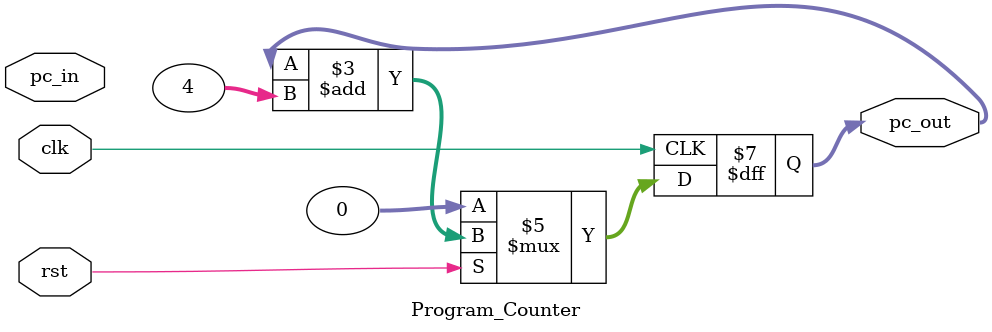
<source format=v>
module Program_Counter(clk, rst, pc_in, pc_out);
    input clk, rst;
    input [31:0] pc_in;
    output reg [31:0] pc_out;

    always @(posedge clk)
        begin
            if(rst == 0)
                begin
                    pc_out <= 32'h00000000; // reset occurs.
                end
            else
                begin
                    pc_out <= pc_out + 4;
                end
        end

endmodule
</source>
